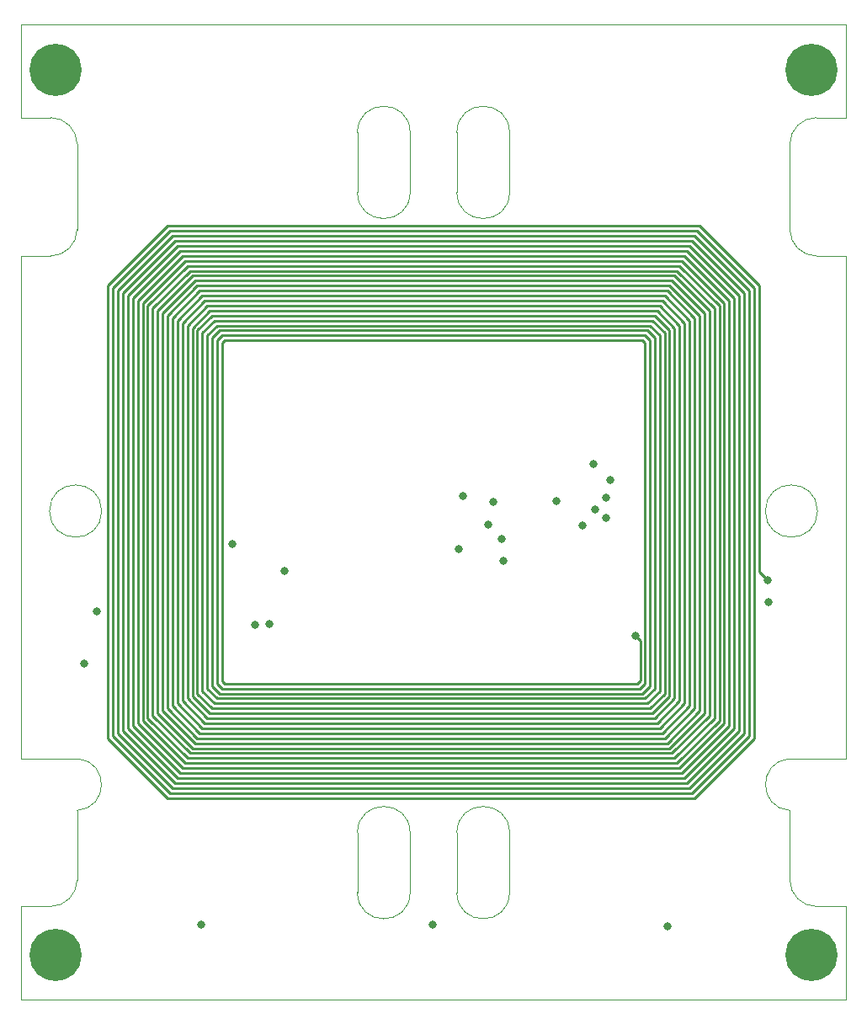
<source format=gbr>
%TF.GenerationSoftware,KiCad,Pcbnew,(6.0.9)*%
%TF.CreationDate,2023-01-30T20:43:42-08:00*%
%TF.ProjectId,solar-panel-NoCutout,736f6c61-722d-4706-916e-656c2d4e6f43,2.0*%
%TF.SameCoordinates,Original*%
%TF.FileFunction,Copper,L3,Inr*%
%TF.FilePolarity,Positive*%
%FSLAX46Y46*%
G04 Gerber Fmt 4.6, Leading zero omitted, Abs format (unit mm)*
G04 Created by KiCad (PCBNEW (6.0.9)) date 2023-01-30 20:43:42*
%MOMM*%
%LPD*%
G01*
G04 APERTURE LIST*
%TA.AperFunction,Profile*%
%ADD10C,0.050000*%
%TD*%
%TA.AperFunction,ComponentPad*%
%ADD11C,5.250000*%
%TD*%
%TA.AperFunction,ViaPad*%
%ADD12C,0.800000*%
%TD*%
%TA.AperFunction,Conductor*%
%ADD13C,0.250000*%
%TD*%
G04 APERTURE END LIST*
D10*
X136850000Y-153000000D02*
X136850000Y-147000000D01*
X142150000Y-153000000D02*
X142150000Y-147000000D01*
X146850000Y-147000000D02*
X146850000Y-153000000D01*
X152150000Y-153000000D02*
X152150000Y-147000000D01*
X142150000Y-76600000D02*
X142150000Y-82600000D01*
X136850000Y-76600000D02*
X136850000Y-82600000D01*
X146850000Y-76600000D02*
X146850000Y-82600000D01*
X152150000Y-76600000D02*
X152150000Y-82600000D01*
X186000000Y-65750000D02*
X103000000Y-65750000D01*
X183125000Y-114650000D02*
G75*
G03*
X183125000Y-114650000I-2625000J0D01*
G01*
X108744606Y-139557190D02*
X103000000Y-139557190D01*
X180249992Y-139557104D02*
G75*
G03*
X180350001Y-144749999I250008J-2592596D01*
G01*
X186000000Y-163750000D02*
X186000000Y-156450000D01*
X186000000Y-73100000D02*
X186000000Y-65750000D01*
X106000000Y-75100000D02*
X103000000Y-75100000D01*
X108650000Y-77750000D02*
G75*
G03*
X106000000Y-75100000I-2650000J0D01*
G01*
X106000000Y-89000000D02*
G75*
G03*
X108650000Y-86350000I0J2650000D01*
G01*
X106000000Y-89000000D02*
X103000000Y-89000000D01*
X108650000Y-77750000D02*
X108650000Y-86350000D01*
X183000000Y-75100000D02*
G75*
G03*
X180350000Y-77750000I0J-2650000D01*
G01*
X180350000Y-86350000D02*
G75*
G03*
X183000000Y-89000000I2650000J0D01*
G01*
X183000000Y-75100000D02*
X186000000Y-75100000D01*
X180350000Y-77750000D02*
X180350000Y-86350000D01*
X183000000Y-89000000D02*
X186000000Y-89000000D01*
X103000000Y-65750000D02*
X103000000Y-75100000D01*
X103000000Y-89000000D02*
X103000000Y-139557190D01*
X103000000Y-154400000D02*
X103000000Y-163750000D01*
X186000000Y-156450000D02*
X186000000Y-154400000D01*
X186000000Y-75100000D02*
X186000000Y-73100000D01*
X185994606Y-139557190D02*
X180250000Y-139557190D01*
X136850000Y-82600000D02*
G75*
G03*
X142150000Y-82600000I2650000J0D01*
G01*
X108649999Y-144750000D02*
G75*
G03*
X108744606Y-139557190I-149999J2600000D01*
G01*
X108650000Y-151750000D02*
X108650000Y-144750000D01*
X152150000Y-76600000D02*
G75*
G03*
X146850000Y-76600000I-2650000J0D01*
G01*
X142150000Y-76600000D02*
G75*
G03*
X136850000Y-76600000I-2650000J0D01*
G01*
X103000000Y-163750000D02*
X186000000Y-163750000D01*
X142150000Y-147000000D02*
G75*
G03*
X136850000Y-147000000I-2650000J0D01*
G01*
X180350000Y-151750000D02*
X180350000Y-144750000D01*
X106000000Y-154400000D02*
X103000000Y-154400000D01*
X136850000Y-153000000D02*
G75*
G03*
X142150000Y-153000000I2650000J0D01*
G01*
X152150000Y-147000000D02*
G75*
G03*
X146850000Y-147000000I-2650000J0D01*
G01*
X106000000Y-154400000D02*
G75*
G03*
X108650000Y-151750000I0J2650000D01*
G01*
X180350000Y-151750000D02*
G75*
G03*
X183000000Y-154400000I2650000J0D01*
G01*
X146850000Y-153000000D02*
G75*
G03*
X152150000Y-153000000I2650000J0D01*
G01*
X183000000Y-154400000D02*
X186000000Y-154400000D01*
X186000000Y-89000000D02*
X185994606Y-139557190D01*
X146850000Y-82600000D02*
G75*
G03*
X152150000Y-82600000I2650000J0D01*
G01*
X111125000Y-114650000D02*
G75*
G03*
X111125000Y-114650000I-2625000J0D01*
G01*
D11*
%TO.N,unconnected-(J2-Pad1)*%
%TO.C,J2*%
X106500000Y-70300000D03*
%TD*%
%TO.N,unconnected-(J3-Pad1)*%
%TO.C,J3*%
X106500000Y-159300000D03*
%TD*%
%TO.N,unconnected-(J4-Pad1)*%
%TO.C,J4*%
X182500000Y-70300000D03*
%TD*%
%TO.N,unconnected-(J5-Pad1)*%
%TO.C,J5*%
X182500000Y-159300000D03*
%TD*%
D12*
%TO.N,GND*%
X168000000Y-156390000D03*
X156860000Y-113670000D03*
X160570000Y-109960000D03*
X109400000Y-130030000D03*
X144450000Y-156250000D03*
X147475000Y-113105000D03*
X151530000Y-119620000D03*
X121120000Y-156220000D03*
X160750000Y-114500000D03*
%TO.N,+3V3*%
X150540000Y-113710000D03*
X126510000Y-126100000D03*
X151390000Y-117440000D03*
%TO.N,VSOLAR*%
X124270000Y-118000000D03*
X110660000Y-124750000D03*
%TO.N,SDA*%
X147030000Y-118510000D03*
X129500000Y-120644998D03*
%TO.N,SCL*%
X128000001Y-126000001D03*
X149990000Y-115990000D03*
%TO.N,Net-(C3-Pad1)*%
X159470000Y-116130000D03*
X162260000Y-111570000D03*
%TO.N,Net-(U3-Pad7)*%
X178200000Y-123800000D03*
X161890000Y-115330000D03*
X161820000Y-113350000D03*
X178120000Y-121620000D03*
X164800000Y-127190000D03*
%TD*%
D13*
%TO.N,Net-(U3-Pad7)*%
X166250000Y-134500000D02*
X167750000Y-133000000D01*
X165750000Y-132000000D02*
X165750000Y-97750000D01*
X170500000Y-143000000D02*
X176250000Y-137250000D01*
X117750000Y-143500000D02*
X170750000Y-143500000D01*
X167750000Y-133000000D02*
X167750000Y-96750000D01*
X170250000Y-95500000D02*
X167750000Y-93000000D01*
X117250000Y-134750000D02*
X120500000Y-138000000D01*
X118250000Y-134250000D02*
X121000000Y-137000000D01*
X173750000Y-136000000D02*
X173750000Y-93750000D01*
X112750000Y-137000000D02*
X118250000Y-142500000D01*
X167250000Y-97000000D02*
X166250000Y-96000000D01*
X167750000Y-137500000D02*
X170750000Y-134500000D01*
X118750000Y-88000000D02*
X113750000Y-93000000D01*
X117750000Y-134500000D02*
X120750000Y-137500000D01*
X170750000Y-87000000D02*
X118250000Y-87000000D01*
X118250000Y-95250000D02*
X118250000Y-134250000D01*
X120250000Y-133250000D02*
X122000000Y-135000000D01*
X122250000Y-97250000D02*
X122250000Y-132250000D01*
X170000000Y-88500000D02*
X119000000Y-88500000D01*
X119750000Y-96000000D02*
X119750000Y-133500000D01*
X122500000Y-95500000D02*
X121250000Y-96750000D01*
X175250000Y-136750000D02*
X175250000Y-93000000D01*
X173250000Y-135750000D02*
X173250000Y-94000000D01*
X171000000Y-86500000D02*
X118000000Y-86500000D01*
X116250000Y-94250000D02*
X116250000Y-135250000D01*
X166250000Y-132250000D02*
X166250000Y-97500000D01*
X176750000Y-137500000D02*
X176750000Y-92250000D01*
X169000000Y-90500000D02*
X120000000Y-90500000D01*
X115250000Y-135750000D02*
X119500000Y-140000000D01*
X172250000Y-135250000D02*
X172250000Y-94500000D01*
X119250000Y-89000000D02*
X114750000Y-93500000D01*
X119000000Y-141000000D02*
X169500000Y-141000000D01*
X169250000Y-133750000D02*
X169250000Y-96000000D01*
X114250000Y-93250000D02*
X114250000Y-136250000D01*
X170750000Y-134500000D02*
X170750000Y-95250000D01*
X170000000Y-142000000D02*
X175250000Y-136750000D01*
X167000000Y-94500000D02*
X122000000Y-94500000D01*
X165500000Y-97500000D02*
X123500000Y-97500000D01*
X115750000Y-135500000D02*
X119750000Y-139500000D01*
X166750000Y-132500000D02*
X166750000Y-97250000D01*
X118500000Y-142000000D02*
X170000000Y-142000000D01*
X169500000Y-141000000D02*
X174250000Y-136250000D01*
X173750000Y-93750000D02*
X169500000Y-89500000D01*
X166750000Y-97250000D02*
X166000000Y-96500000D01*
X121750000Y-132500000D02*
X122750000Y-133500000D01*
X167250000Y-136500000D02*
X169750000Y-134000000D01*
X168750000Y-133500000D02*
X168750000Y-96250000D01*
X114750000Y-93500000D02*
X114750000Y-136000000D01*
X166500000Y-135000000D02*
X168250000Y-133250000D01*
X121750000Y-94000000D02*
X119750000Y-96000000D01*
X122750000Y-132000000D02*
X123250000Y-132500000D01*
X123250000Y-97750000D02*
X123250000Y-131750000D01*
X176250000Y-92500000D02*
X170750000Y-87000000D01*
X123250000Y-97000000D02*
X122750000Y-97500000D01*
X120750000Y-137500000D02*
X167750000Y-137500000D01*
X167750000Y-96750000D02*
X166500000Y-95500000D01*
X123000000Y-133000000D02*
X165500000Y-133000000D01*
X169750000Y-95750000D02*
X167500000Y-93500000D01*
X166250000Y-96000000D02*
X122750000Y-96000000D01*
X165290000Y-131710000D02*
X165290000Y-127680000D01*
X170500000Y-87500000D02*
X118500000Y-87500000D01*
X171250000Y-134750000D02*
X171250000Y-95000000D01*
X122500000Y-134000000D02*
X166000000Y-134000000D01*
X119500000Y-140000000D02*
X169000000Y-140000000D01*
X121250000Y-132750000D02*
X122500000Y-134000000D01*
X121750000Y-97000000D02*
X121750000Y-132500000D01*
X176250000Y-137250000D02*
X176250000Y-92500000D01*
X119500000Y-89500000D02*
X115250000Y-93750000D01*
X168750000Y-139500000D02*
X172750000Y-135500000D01*
X168000000Y-138000000D02*
X171250000Y-134750000D01*
X114250000Y-136250000D02*
X119000000Y-141000000D01*
X169750000Y-89000000D02*
X119250000Y-89000000D01*
X111750000Y-92000000D02*
X111750000Y-137500000D01*
X121250000Y-136500000D02*
X167250000Y-136500000D01*
X118000000Y-86500000D02*
X112250000Y-92250000D01*
X113750000Y-93000000D02*
X113750000Y-136500000D01*
X122250000Y-134500000D02*
X166250000Y-134500000D01*
X120250000Y-96250000D02*
X120250000Y-133250000D01*
X169750000Y-141500000D02*
X174750000Y-136500000D01*
X174750000Y-136500000D02*
X174750000Y-93250000D01*
X175750000Y-92750000D02*
X170500000Y-87500000D01*
X166750000Y-95000000D02*
X122250000Y-95000000D01*
X123250000Y-131750000D02*
X123500000Y-132000000D01*
X165750000Y-97750000D02*
X165500000Y-97500000D01*
X111750000Y-137500000D02*
X117750000Y-143500000D01*
X171250000Y-86000000D02*
X117750000Y-86000000D01*
X122750000Y-97500000D02*
X122750000Y-132000000D01*
X118250000Y-142500000D02*
X170250000Y-142500000D01*
X120250000Y-138500000D02*
X168250000Y-138500000D01*
X167250000Y-94000000D02*
X121750000Y-94000000D01*
X122250000Y-95000000D02*
X120750000Y-96500000D01*
X121000000Y-92500000D02*
X118250000Y-95250000D01*
X169000000Y-140000000D02*
X173250000Y-135750000D01*
X121750000Y-135500000D02*
X166750000Y-135500000D01*
X166000000Y-134000000D02*
X167250000Y-132750000D01*
X119750000Y-133500000D02*
X121750000Y-135500000D01*
X168250000Y-133250000D02*
X168250000Y-96500000D01*
X120750000Y-92000000D02*
X117750000Y-95000000D01*
X120750000Y-96500000D02*
X120750000Y-133000000D01*
X112250000Y-92250000D02*
X112250000Y-137250000D01*
X168250000Y-138500000D02*
X171750000Y-135000000D01*
X168750000Y-91000000D02*
X120250000Y-91000000D01*
X117250000Y-94750000D02*
X117250000Y-134750000D01*
X168250000Y-92000000D02*
X120750000Y-92000000D01*
X120000000Y-90500000D02*
X116250000Y-94250000D01*
X119750000Y-90000000D02*
X115750000Y-94000000D01*
X119250000Y-140500000D02*
X169250000Y-140500000D01*
X114750000Y-136000000D02*
X119250000Y-140500000D01*
X122000000Y-135000000D02*
X166500000Y-135000000D01*
X122250000Y-132250000D02*
X123000000Y-133000000D01*
X118750000Y-134000000D02*
X121250000Y-136500000D01*
X116750000Y-135000000D02*
X120250000Y-138500000D01*
X169250000Y-96000000D02*
X167250000Y-94000000D01*
X170250000Y-134250000D02*
X170250000Y-95500000D01*
X167000000Y-136000000D02*
X169250000Y-133750000D01*
X118500000Y-87500000D02*
X113250000Y-92750000D01*
X116750000Y-94500000D02*
X116750000Y-135000000D01*
X113250000Y-136750000D02*
X118500000Y-142000000D01*
X167750000Y-93000000D02*
X121250000Y-93000000D01*
X121250000Y-96750000D02*
X121250000Y-132750000D01*
X123500000Y-97500000D02*
X123250000Y-97750000D01*
X165750000Y-133500000D02*
X166750000Y-132500000D01*
X177250000Y-92000000D02*
X171250000Y-86000000D01*
X115750000Y-94000000D02*
X115750000Y-135500000D01*
X122750000Y-133500000D02*
X165750000Y-133500000D01*
X118000000Y-143000000D02*
X170500000Y-143000000D01*
X165250000Y-132500000D02*
X165750000Y-132000000D01*
X167250000Y-132750000D02*
X167250000Y-97000000D01*
X169250000Y-90000000D02*
X119750000Y-90000000D01*
X122750000Y-96000000D02*
X121750000Y-97000000D01*
X172750000Y-94250000D02*
X169000000Y-90500000D01*
X168000000Y-92500000D02*
X121000000Y-92500000D01*
X167500000Y-93500000D02*
X121500000Y-93500000D01*
X123250000Y-132500000D02*
X165250000Y-132500000D01*
X171250000Y-95000000D02*
X168250000Y-92000000D01*
X170250000Y-142500000D02*
X175750000Y-137000000D01*
X120750000Y-133000000D02*
X122250000Y-134500000D01*
X169250000Y-140500000D02*
X173750000Y-136000000D01*
X118250000Y-87000000D02*
X112750000Y-92500000D01*
X166000000Y-96500000D02*
X123000000Y-96500000D01*
X118750000Y-141500000D02*
X169750000Y-141500000D01*
X118750000Y-95500000D02*
X118750000Y-134000000D01*
X165500000Y-133000000D02*
X166250000Y-132250000D01*
X172250000Y-94500000D02*
X168750000Y-91000000D01*
X119250000Y-95750000D02*
X119250000Y-133750000D01*
X117750000Y-86000000D02*
X111750000Y-92000000D01*
X113750000Y-136500000D02*
X118750000Y-141500000D01*
X112250000Y-137250000D02*
X118000000Y-143000000D01*
X168500000Y-91500000D02*
X120500000Y-91500000D01*
X173250000Y-94000000D02*
X169250000Y-90000000D01*
X174250000Y-136250000D02*
X174250000Y-93500000D01*
X113250000Y-92750000D02*
X113250000Y-136750000D01*
X123000000Y-96500000D02*
X122250000Y-97250000D01*
X167500000Y-137000000D02*
X170250000Y-134250000D01*
X172750000Y-135500000D02*
X172750000Y-94250000D01*
X175250000Y-93000000D02*
X170250000Y-88000000D01*
X170750000Y-143500000D02*
X176750000Y-137500000D01*
X119250000Y-133750000D02*
X121500000Y-136000000D01*
X177250000Y-119500000D02*
X177250000Y-120750000D01*
X175750000Y-137000000D02*
X175750000Y-92750000D01*
X119000000Y-88500000D02*
X114250000Y-93250000D01*
X169500000Y-89500000D02*
X119500000Y-89500000D01*
X170750000Y-95250000D02*
X168000000Y-92500000D01*
X177250000Y-113000000D02*
X177250000Y-92000000D01*
X165750000Y-97000000D02*
X123250000Y-97000000D01*
X171750000Y-94750000D02*
X168500000Y-91500000D01*
X122000000Y-94500000D02*
X120250000Y-96250000D01*
X121500000Y-93500000D02*
X119250000Y-95750000D01*
X120500000Y-138000000D02*
X168000000Y-138000000D01*
X121250000Y-93000000D02*
X118750000Y-95500000D01*
X120250000Y-91000000D02*
X116750000Y-94500000D01*
X112750000Y-92500000D02*
X112750000Y-137000000D01*
X116250000Y-135250000D02*
X120000000Y-139000000D01*
X168500000Y-139000000D02*
X172250000Y-135250000D01*
X174750000Y-93250000D02*
X170000000Y-88500000D01*
X174250000Y-93500000D02*
X169750000Y-89000000D01*
X177250000Y-120750000D02*
X178120000Y-121620000D01*
X119750000Y-139500000D02*
X168750000Y-139500000D01*
X168250000Y-96500000D02*
X166750000Y-95000000D01*
X170250000Y-88000000D02*
X118750000Y-88000000D01*
X165290000Y-127680000D02*
X164800000Y-127190000D01*
X177250000Y-113000000D02*
X177250000Y-119500000D01*
X176750000Y-92250000D02*
X171000000Y-86500000D01*
X120500000Y-91500000D02*
X117250000Y-94750000D01*
X168750000Y-96250000D02*
X167000000Y-94500000D01*
X166500000Y-95500000D02*
X122500000Y-95500000D01*
X165000000Y-132000000D02*
X165290000Y-131710000D01*
X171750000Y-135000000D02*
X171750000Y-94750000D01*
X166250000Y-97500000D02*
X165750000Y-97000000D01*
X123500000Y-132000000D02*
X165000000Y-132000000D01*
X169750000Y-134000000D02*
X169750000Y-95750000D01*
X115250000Y-93750000D02*
X115250000Y-135750000D01*
X117750000Y-95000000D02*
X117750000Y-134500000D01*
X120000000Y-139000000D02*
X168500000Y-139000000D01*
X166750000Y-135500000D02*
X168750000Y-133500000D01*
X121000000Y-137000000D02*
X167500000Y-137000000D01*
X121500000Y-136000000D02*
X167000000Y-136000000D01*
%TD*%
M02*

</source>
